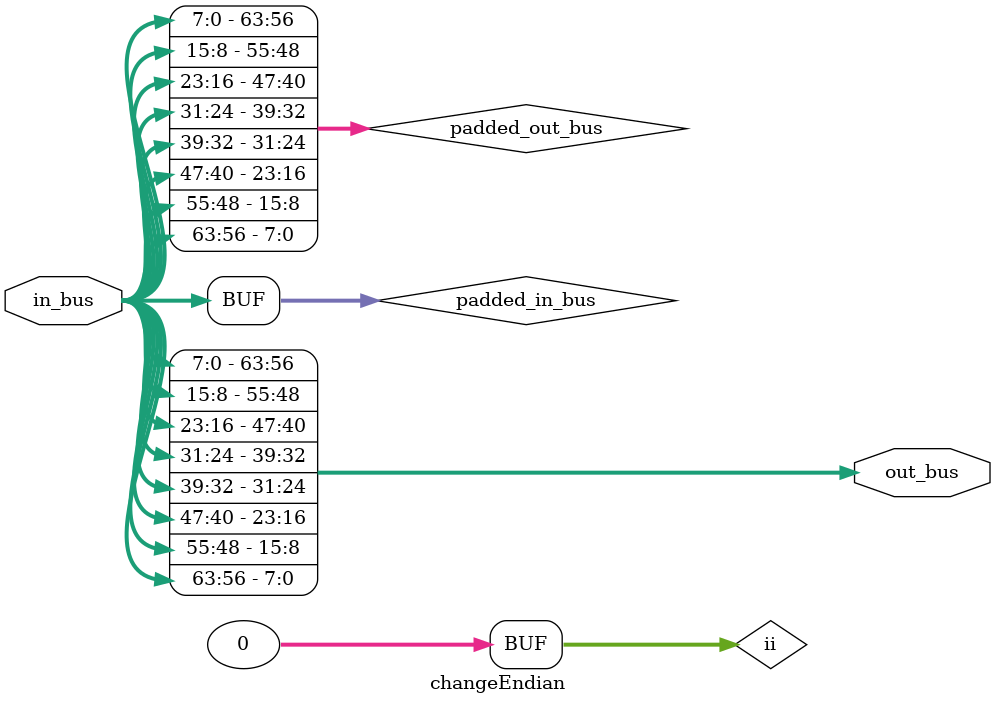
<source format=v>
/*******************************************************************************
 *  File:
 *        changeEndian.v
 *
 *  Module:
 *        changeEndian.v
 *
 *  Author:
 *        Stephen Ibanez
 * 		
 *  Description:
 *        Change the endianness of a bus.
 *        NOTE: Currently the WIDTH must be a multiple of 8!! 
 *
 */

module changeEndian
#( 
    parameter WIDTH = 64
)
(
   input       [WIDTH-1:0]   in_bus,
   output      [WIDTH-1:0]   out_bus 
); 

localparam PAD_WIDTH = ((WIDTH % 8) == 0) ? 0 : 8-(WIDTH % 8);

// pad the input to make it an integer number of bytes
wire [WIDTH+PAD_WIDTH-1:0] padded_in_bus;
assign padded_in_bus = {{PAD_WIDTH{1'b0}}, in_bus};

reg [WIDTH+PAD_WIDTH-1:0] padded_out_bus;

integer ii;

always @ (*) begin
    // reverse the byte order
    for (ii = WIDTH + PAD_WIDTH; ii > 0; ii=ii-8) begin
        padded_out_bus[ii-1 -: 8] = padded_in_bus[(WIDTH+PAD_WIDTH)-ii+7 -: 8];
    end
end

assign out_bus = padded_out_bus[WIDTH-1:0];
  
endmodule

</source>
